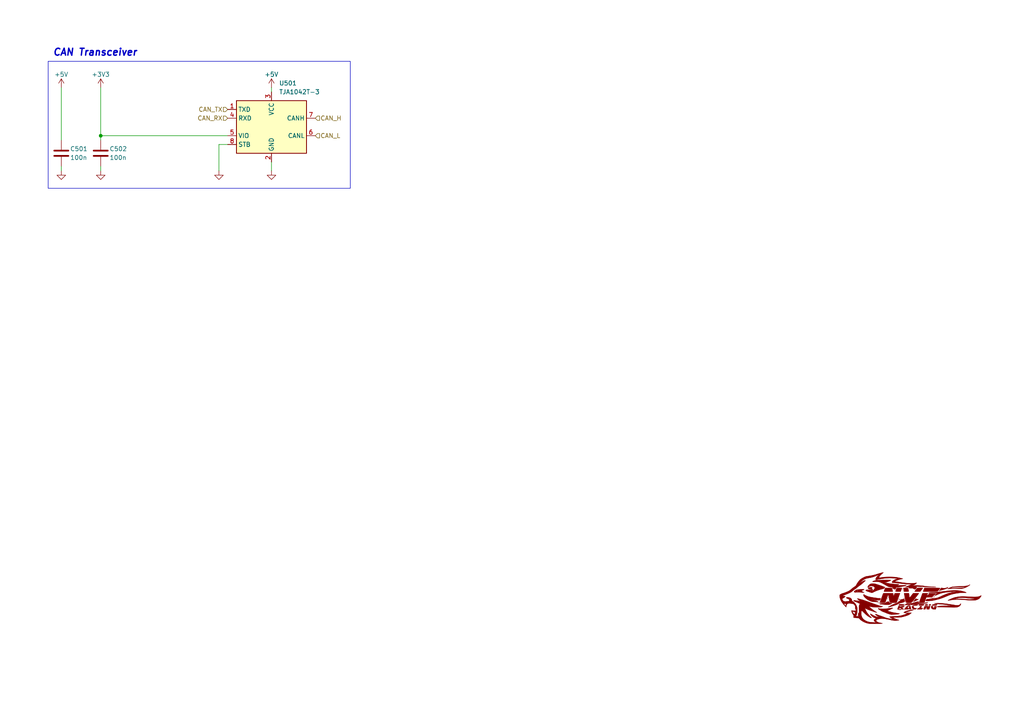
<source format=kicad_sch>
(kicad_sch (version 20231120) (generator "eeschema") (generator_version "8.0")
  (paper "A4")
  (title_block (title "Bigger Brain") (date "2024-03-05") (rev "2") (company "Scott CJX"))
  (lib_symbols
    (symbol "Device:C" (pin_numbers hide) (pin_names (offset 0.254))
      (property "Reference" "C" (at 0.635 2.54 0))
      (property "Value" "C" (at 0.635 -2.54 0))
      (symbol "C_1_1"
        (pin passive line (at 0 3.81 270) (length 2.794) (name "~") (number "1"))
        (pin passive line (at 0 -3.81 90) (length 2.794) (name "~") (number "2"))
      )
    )
    (symbol "Interface_CAN_LIN:TJA1042T-3"
      (property "Reference" "U" (at -10.16 8.89 0))
      (property "Value" "TJA1042T-3" (at 1.27 8.89 0))
      (symbol "TJA1042T-3_1_1"
        (pin input line (at -12.7 5.08 0) (length 2.54) (name "TXD") (number "1"))
        (pin power_in line (at 0 -10.16 90) (length 2.54) (name "GND") (number "2"))
        (pin power_in line (at 0 10.16 270) (length 2.54) (name "VCC") (number "3"))
        (pin output line (at -12.7 2.54 0) (length 2.54) (name "RXD") (number "4"))
        (pin power_in line (at -12.7 -2.54 0) (length 2.54) (name "VIO") (number "5"))
        (pin bidirectional line (at 12.7 -2.54 180) (length 2.54) (name "CANL") (number "6"))
        (pin bidirectional line (at 12.7 2.54 180) (length 2.54) (name "CANH") (number "7"))
        (pin input line (at -12.7 -5.08 0) (length 2.54) (name "STB") (number "8"))
      )
    )
    (symbol "NVF-Kicad:NVF-Logo" (pin_names (offset 1.016)))
    (symbol "power:+3V3" (power) (pin_names (offset 0))
      (property "Value" "+3V3" (at 0 3.556 0))
      (symbol "+3V3_1_1"
        (pin power_in line (at 0 0 90) (length 0) hide (name "+3V3") (number "1"))
      )
    )
    (symbol "power:+5V" (power) (pin_names (offset 0))
      (property "Value" "+5V" (at 0 3.556 0))
      (symbol "+5V_1_1"
        (pin power_in line (at 0 0 90) (length 0) hide (name "+5V") (number "1"))
      )
    )
    (symbol "power:GND" (power) (pin_names (offset 0))
      (property "Value" "GND" (at 0 -3.81 0))
      (symbol "GND_1_1"
        (pin power_in line (at 0 0 270) (length 0) hide (name "GND") (number "1"))
      )
    )
  )
  (junction (at 29.21 39.37))
  (wire (pts (xy 63.5 49.53) (xy 63.5 41.91)))
  (wire (pts (xy 78.74 49.53) (xy 78.74 46.99)))
  (wire (pts (xy 29.21 25.4) (xy 29.21 39.37)))
  (wire (pts (xy 29.21 48.26) (xy 29.21 49.53)))
  (wire (pts (xy 17.78 25.4) (xy 17.78 40.64)))
  (wire (pts (xy 29.21 39.37) (xy 66.04 39.37)))
  (wire (pts (xy 17.78 48.26) (xy 17.78 49.53)))
  (wire (pts (xy 78.74 25.4) (xy 78.74 26.67)))
  (wire (pts (xy 29.21 39.37) (xy 29.21 40.64)))
  (wire (pts (xy 63.5 41.91) (xy 66.04 41.91)))
  (rectangle (start 13.97 17.78) (end 101.6 54.61))
  (text "CAN Transceiver" (at 15.24 16.51 0) (effects (font (size 2 2) (thickness 0.4) (bold yes) (italic yes)) (justify left bottom)))
  (hierarchical_label "CAN_TX" (shape input) (at 66.04 31.75 180))
  (hierarchical_label "CAN_RX" (shape input) (at 66.04 34.29 180))
  (hierarchical_label "CAN_H" (shape input) (at 91.44 34.29 0))
  (hierarchical_label "CAN_L" (shape input) (at 91.44 39.37 0))
  (symbol (lib_id "Device:C") (at 17.78 44.45 0) (unit 1)
    (property "Reference" "C501" (at 20.32 43.18 0) (effects (justify left)))
    (property "Value" "100n" (at 20.32 45.72 0) (effects (justify left)))
    (property "Footprint" "Capacitor_SMD:C_0603_1608Metric" (effects (hide yes)))
    (property "LCSC" "C14663" (effects (hide yes)))
    (instances (project "bigger-brain" (path "" (reference "C501") (unit 1)) (path "" (reference "C601") (unit 1)) (path "" (reference "C701") (unit 1))))
  )
  (symbol (lib_id "power:GND") (at 78.74 49.53 0) (unit 1)
    (property "Reference" "#PWR0507" (effects (hide yes)))
    (property "Value" "GND" (effects (hide yes)))
    (instances (project "bigger-brain" (path "" (reference "#PWR0507") (unit 1)) (path "" (reference "#PWR0607") (unit 1)) (path "" (reference "#PWR0707") (unit 1))))
  )
  (symbol (lib_id "Interface_CAN_LIN:TJA1042T-3") (at 78.74 36.83 0) (unit 1)
    (property "Reference" "U501" (at 80.9341 24.13 0) (effects (justify left)))
    (property "Value" "TJA1042T-3" (at 80.9341 26.67 0) (effects (justify left)))
    (property "Footprint" "Package_SO:SOIC-8_3.9x4.9mm_P1.27mm" (effects (hide yes)))
    (property "Datasheet" "http://www.nxp.com/docs/en/data-sheet/TJA1042.pdf" (effects (hide yes)))
    (property "LCSC" "C132227" (effects (hide yes)))
    (instances (project "bigger-brain" (path "" (reference "U501") (unit 1)) (path "" (reference "U601") (unit 1)) (path "" (reference "U701") (unit 1))))
  )
  (symbol (lib_id "power:GND") (at 63.5 49.53 0) (unit 1)
    (property "Reference" "#PWR0503" (effects (hide yes)))
    (property "Value" "GND" (effects (hide yes)))
    (instances (project "bigger-brain" (path "" (reference "#PWR0503") (unit 1)) (path "" (reference "#PWR0603") (unit 1)) (path "" (reference "#PWR0703") (unit 1))))
  )
  (symbol (lib_id "power:+5V") (at 17.78 25.4 0) (unit 1)
    (property "Reference" "#PWR0501" (effects (hide yes)))
    (property "Value" "+5V" (at 17.78 21.59 0))
    (instances (project "bigger-brain" (path "" (reference "#PWR0501") (unit 1)) (path "" (reference "#PWR0601") (unit 1)) (path "" (reference "#PWR0701") (unit 1))))
  )
  (symbol (lib_id "power:+5V") (at 78.74 25.4 0) (unit 1)
    (property "Reference" "#PWR0504" (effects (hide yes)))
    (property "Value" "+5V" (at 78.74 21.59 0))
    (instances (project "bigger-brain" (path "" (reference "#PWR0504") (unit 1)) (path "" (reference "#PWR0604") (unit 1)) (path "" (reference "#PWR0704") (unit 1))))
  )
  (symbol (lib_id "power:+3V3") (at 29.21 25.4 0) (unit 1)
    (property "Reference" "#PWR0502" (effects (hide yes)))
    (property "Value" "+3V3" (at 29.21 21.59 0))
    (instances (project "bigger-brain" (path "" (reference "#PWR0502") (unit 1)) (path "" (reference "#PWR0602") (unit 1)) (path "" (reference "#PWR0702") (unit 1))))
  )
  (symbol (lib_id "power:GND") (at 29.21 49.53 0) (unit 1)
    (property "Reference" "#PWR0506" (effects (hide yes)))
    (property "Value" "GND" (effects (hide yes)))
    (instances (project "bigger-brain" (path "" (reference "#PWR0506") (unit 1)) (path "" (reference "#PWR0606") (unit 1)) (path "" (reference "#PWR0706") (unit 1))))
  )
  (symbol (lib_id "power:GND") (at 17.78 49.53 0) (unit 1)
    (property "Reference" "#PWR0505" (effects (hide yes)))
    (property "Value" "GND" (effects (hide yes)))
    (instances (project "bigger-brain" (path "" (reference "#PWR0505") (unit 1)) (path "" (reference "#PWR0605") (unit 1)) (path "" (reference "#PWR0705") (unit 1))))
  )
  (symbol (lib_id "Device:C") (at 29.21 44.45 0) (unit 1)
    (property "Reference" "C502" (at 31.75 43.18 0) (effects (justify left)))
    (property "Value" "100n" (at 31.75 45.72 0) (effects (justify left)))
    (property "Footprint" "Capacitor_SMD:C_0603_1608Metric" (effects (hide yes)))
    (property "LCSC" "C14663" (effects (hide yes)))
    (instances (project "bigger-brain" (path "" (reference "C502") (unit 1)) (path "" (reference "C602") (unit 1)) (path "" (reference "C702") (unit 1))))
  )
  (symbol (lib_id "NVF-Kicad:NVF-Logo") (at 264.16 177.8 0) (unit 1)
    (property "Reference" "#G501" (effects (hide yes)))
    (property "Value" "LOGO" (effects (hide yes)))
    (instances (project "bigger-brain" (path "" (reference "#G501") (unit 1)) (path "" (reference "#G601") (unit 1)) (path "" (reference "#G701") (unit 1))))
  )
)
</source>
